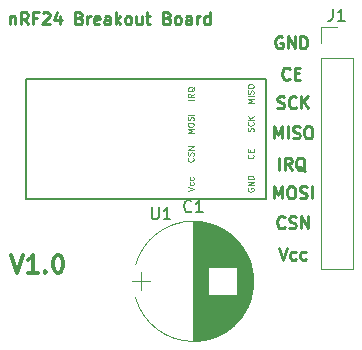
<source format=gto>
G04 #@! TF.FileFunction,Legend,Top*
%FSLAX46Y46*%
G04 Gerber Fmt 4.6, Leading zero omitted, Abs format (unit mm)*
G04 Created by KiCad (PCBNEW 4.0.7-e2-6376~58~ubuntu16.04.1) date Mon Dec 11 22:14:59 2017*
%MOMM*%
%LPD*%
G01*
G04 APERTURE LIST*
%ADD10C,0.100000*%
%ADD11C,0.254000*%
%ADD12C,0.300000*%
%ADD13C,0.120000*%
%ADD14C,0.150000*%
%ADD15C,0.125000*%
G04 APERTURE END LIST*
D10*
D11*
X128209526Y-107732286D02*
X128209526Y-108409619D01*
X128209526Y-107829048D02*
X128257907Y-107780667D01*
X128354669Y-107732286D01*
X128499811Y-107732286D01*
X128596573Y-107780667D01*
X128644954Y-107877429D01*
X128644954Y-108409619D01*
X129709335Y-108409619D02*
X129370669Y-107925810D01*
X129128764Y-108409619D02*
X129128764Y-107393619D01*
X129515811Y-107393619D01*
X129612573Y-107442000D01*
X129660954Y-107490381D01*
X129709335Y-107587143D01*
X129709335Y-107732286D01*
X129660954Y-107829048D01*
X129612573Y-107877429D01*
X129515811Y-107925810D01*
X129128764Y-107925810D01*
X130483430Y-107877429D02*
X130144764Y-107877429D01*
X130144764Y-108409619D02*
X130144764Y-107393619D01*
X130628573Y-107393619D01*
X130967240Y-107490381D02*
X131015621Y-107442000D01*
X131112383Y-107393619D01*
X131354287Y-107393619D01*
X131451049Y-107442000D01*
X131499430Y-107490381D01*
X131547811Y-107587143D01*
X131547811Y-107683905D01*
X131499430Y-107829048D01*
X130918859Y-108409619D01*
X131547811Y-108409619D01*
X132418668Y-107732286D02*
X132418668Y-108409619D01*
X132176764Y-107345238D02*
X131934859Y-108070952D01*
X132563811Y-108070952D01*
X134063620Y-107877429D02*
X134208763Y-107925810D01*
X134257144Y-107974190D01*
X134305525Y-108070952D01*
X134305525Y-108216095D01*
X134257144Y-108312857D01*
X134208763Y-108361238D01*
X134112001Y-108409619D01*
X133724954Y-108409619D01*
X133724954Y-107393619D01*
X134063620Y-107393619D01*
X134160382Y-107442000D01*
X134208763Y-107490381D01*
X134257144Y-107587143D01*
X134257144Y-107683905D01*
X134208763Y-107780667D01*
X134160382Y-107829048D01*
X134063620Y-107877429D01*
X133724954Y-107877429D01*
X134740954Y-108409619D02*
X134740954Y-107732286D01*
X134740954Y-107925810D02*
X134789335Y-107829048D01*
X134837716Y-107780667D01*
X134934478Y-107732286D01*
X135031239Y-107732286D01*
X135756953Y-108361238D02*
X135660191Y-108409619D01*
X135466668Y-108409619D01*
X135369906Y-108361238D01*
X135321525Y-108264476D01*
X135321525Y-107877429D01*
X135369906Y-107780667D01*
X135466668Y-107732286D01*
X135660191Y-107732286D01*
X135756953Y-107780667D01*
X135805334Y-107877429D01*
X135805334Y-107974190D01*
X135321525Y-108070952D01*
X136676191Y-108409619D02*
X136676191Y-107877429D01*
X136627810Y-107780667D01*
X136531048Y-107732286D01*
X136337525Y-107732286D01*
X136240763Y-107780667D01*
X136676191Y-108361238D02*
X136579429Y-108409619D01*
X136337525Y-108409619D01*
X136240763Y-108361238D01*
X136192382Y-108264476D01*
X136192382Y-108167714D01*
X136240763Y-108070952D01*
X136337525Y-108022571D01*
X136579429Y-108022571D01*
X136676191Y-107974190D01*
X137160001Y-108409619D02*
X137160001Y-107393619D01*
X137256763Y-108022571D02*
X137547048Y-108409619D01*
X137547048Y-107732286D02*
X137160001Y-108119333D01*
X138127620Y-108409619D02*
X138030858Y-108361238D01*
X137982477Y-108312857D01*
X137934096Y-108216095D01*
X137934096Y-107925810D01*
X137982477Y-107829048D01*
X138030858Y-107780667D01*
X138127620Y-107732286D01*
X138272762Y-107732286D01*
X138369524Y-107780667D01*
X138417905Y-107829048D01*
X138466286Y-107925810D01*
X138466286Y-108216095D01*
X138417905Y-108312857D01*
X138369524Y-108361238D01*
X138272762Y-108409619D01*
X138127620Y-108409619D01*
X139337143Y-107732286D02*
X139337143Y-108409619D01*
X138901715Y-107732286D02*
X138901715Y-108264476D01*
X138950096Y-108361238D01*
X139046858Y-108409619D01*
X139192000Y-108409619D01*
X139288762Y-108361238D01*
X139337143Y-108312857D01*
X139675810Y-107732286D02*
X140062858Y-107732286D01*
X139820953Y-107393619D02*
X139820953Y-108264476D01*
X139869334Y-108361238D01*
X139966096Y-108409619D01*
X140062858Y-108409619D01*
X141514285Y-107877429D02*
X141659428Y-107925810D01*
X141707809Y-107974190D01*
X141756190Y-108070952D01*
X141756190Y-108216095D01*
X141707809Y-108312857D01*
X141659428Y-108361238D01*
X141562666Y-108409619D01*
X141175619Y-108409619D01*
X141175619Y-107393619D01*
X141514285Y-107393619D01*
X141611047Y-107442000D01*
X141659428Y-107490381D01*
X141707809Y-107587143D01*
X141707809Y-107683905D01*
X141659428Y-107780667D01*
X141611047Y-107829048D01*
X141514285Y-107877429D01*
X141175619Y-107877429D01*
X142336762Y-108409619D02*
X142240000Y-108361238D01*
X142191619Y-108312857D01*
X142143238Y-108216095D01*
X142143238Y-107925810D01*
X142191619Y-107829048D01*
X142240000Y-107780667D01*
X142336762Y-107732286D01*
X142481904Y-107732286D01*
X142578666Y-107780667D01*
X142627047Y-107829048D01*
X142675428Y-107925810D01*
X142675428Y-108216095D01*
X142627047Y-108312857D01*
X142578666Y-108361238D01*
X142481904Y-108409619D01*
X142336762Y-108409619D01*
X143546285Y-108409619D02*
X143546285Y-107877429D01*
X143497904Y-107780667D01*
X143401142Y-107732286D01*
X143207619Y-107732286D01*
X143110857Y-107780667D01*
X143546285Y-108361238D02*
X143449523Y-108409619D01*
X143207619Y-108409619D01*
X143110857Y-108361238D01*
X143062476Y-108264476D01*
X143062476Y-108167714D01*
X143110857Y-108070952D01*
X143207619Y-108022571D01*
X143449523Y-108022571D01*
X143546285Y-107974190D01*
X144030095Y-108409619D02*
X144030095Y-107732286D01*
X144030095Y-107925810D02*
X144078476Y-107829048D01*
X144126857Y-107780667D01*
X144223619Y-107732286D01*
X144320380Y-107732286D01*
X145094475Y-108409619D02*
X145094475Y-107393619D01*
X145094475Y-108361238D02*
X144997713Y-108409619D01*
X144804190Y-108409619D01*
X144707428Y-108361238D01*
X144659047Y-108312857D01*
X144610666Y-108216095D01*
X144610666Y-107925810D01*
X144659047Y-107829048D01*
X144707428Y-107780667D01*
X144804190Y-107732286D01*
X144997713Y-107732286D01*
X145094475Y-107780667D01*
D12*
X128270286Y-127956571D02*
X128770286Y-129456571D01*
X129270286Y-127956571D01*
X130556000Y-129456571D02*
X129698857Y-129456571D01*
X130127429Y-129456571D02*
X130127429Y-127956571D01*
X129984572Y-128170857D01*
X129841714Y-128313714D01*
X129698857Y-128385143D01*
X131198857Y-129313714D02*
X131270285Y-129385143D01*
X131198857Y-129456571D01*
X131127428Y-129385143D01*
X131198857Y-129313714D01*
X131198857Y-129456571D01*
X132198857Y-127956571D02*
X132341714Y-127956571D01*
X132484571Y-128028000D01*
X132556000Y-128099429D01*
X132627429Y-128242286D01*
X132698857Y-128528000D01*
X132698857Y-128885143D01*
X132627429Y-129170857D01*
X132556000Y-129313714D01*
X132484571Y-129385143D01*
X132341714Y-129456571D01*
X132198857Y-129456571D01*
X132056000Y-129385143D01*
X131984571Y-129313714D01*
X131913143Y-129170857D01*
X131841714Y-128885143D01*
X131841714Y-128528000D01*
X131913143Y-128242286D01*
X131984571Y-128099429D01*
X132056000Y-128028000D01*
X132198857Y-127956571D01*
D11*
X151244905Y-109474000D02*
X151148143Y-109425619D01*
X151003000Y-109425619D01*
X150857858Y-109474000D01*
X150761096Y-109570762D01*
X150712715Y-109667524D01*
X150664334Y-109861048D01*
X150664334Y-110006190D01*
X150712715Y-110199714D01*
X150761096Y-110296476D01*
X150857858Y-110393238D01*
X151003000Y-110441619D01*
X151099762Y-110441619D01*
X151244905Y-110393238D01*
X151293286Y-110344857D01*
X151293286Y-110006190D01*
X151099762Y-110006190D01*
X151728715Y-110441619D02*
X151728715Y-109425619D01*
X152309286Y-110441619D01*
X152309286Y-109425619D01*
X152793096Y-110441619D02*
X152793096Y-109425619D01*
X153035001Y-109425619D01*
X153180143Y-109474000D01*
X153276905Y-109570762D01*
X153325286Y-109667524D01*
X153373667Y-109861048D01*
X153373667Y-110006190D01*
X153325286Y-110199714D01*
X153276905Y-110296476D01*
X153180143Y-110393238D01*
X153035001Y-110441619D01*
X152793096Y-110441619D01*
X151873857Y-113011857D02*
X151825476Y-113060238D01*
X151680333Y-113108619D01*
X151583571Y-113108619D01*
X151438429Y-113060238D01*
X151341667Y-112963476D01*
X151293286Y-112866714D01*
X151244905Y-112673190D01*
X151244905Y-112528048D01*
X151293286Y-112334524D01*
X151341667Y-112237762D01*
X151438429Y-112141000D01*
X151583571Y-112092619D01*
X151680333Y-112092619D01*
X151825476Y-112141000D01*
X151873857Y-112189381D01*
X152309286Y-112576429D02*
X152647952Y-112576429D01*
X152793095Y-113108619D02*
X152309286Y-113108619D01*
X152309286Y-112092619D01*
X152793095Y-112092619D01*
X150839715Y-115473238D02*
X150984858Y-115521619D01*
X151226762Y-115521619D01*
X151323524Y-115473238D01*
X151371905Y-115424857D01*
X151420286Y-115328095D01*
X151420286Y-115231333D01*
X151371905Y-115134571D01*
X151323524Y-115086190D01*
X151226762Y-115037810D01*
X151033239Y-114989429D01*
X150936477Y-114941048D01*
X150888096Y-114892667D01*
X150839715Y-114795905D01*
X150839715Y-114699143D01*
X150888096Y-114602381D01*
X150936477Y-114554000D01*
X151033239Y-114505619D01*
X151275143Y-114505619D01*
X151420286Y-114554000D01*
X152436286Y-115424857D02*
X152387905Y-115473238D01*
X152242762Y-115521619D01*
X152146000Y-115521619D01*
X152000858Y-115473238D01*
X151904096Y-115376476D01*
X151855715Y-115279714D01*
X151807334Y-115086190D01*
X151807334Y-114941048D01*
X151855715Y-114747524D01*
X151904096Y-114650762D01*
X152000858Y-114554000D01*
X152146000Y-114505619D01*
X152242762Y-114505619D01*
X152387905Y-114554000D01*
X152436286Y-114602381D01*
X152871715Y-115521619D02*
X152871715Y-114505619D01*
X153452286Y-115521619D02*
X153016858Y-114941048D01*
X153452286Y-114505619D02*
X152871715Y-115086190D01*
X150549429Y-118061619D02*
X150549429Y-117045619D01*
X150888095Y-117771333D01*
X151226762Y-117045619D01*
X151226762Y-118061619D01*
X151710572Y-118061619D02*
X151710572Y-117045619D01*
X152146001Y-118013238D02*
X152291144Y-118061619D01*
X152533048Y-118061619D01*
X152629810Y-118013238D01*
X152678191Y-117964857D01*
X152726572Y-117868095D01*
X152726572Y-117771333D01*
X152678191Y-117674571D01*
X152629810Y-117626190D01*
X152533048Y-117577810D01*
X152339525Y-117529429D01*
X152242763Y-117481048D01*
X152194382Y-117432667D01*
X152146001Y-117335905D01*
X152146001Y-117239143D01*
X152194382Y-117142381D01*
X152242763Y-117094000D01*
X152339525Y-117045619D01*
X152581429Y-117045619D01*
X152726572Y-117094000D01*
X153355525Y-117045619D02*
X153549048Y-117045619D01*
X153645810Y-117094000D01*
X153742572Y-117190762D01*
X153790953Y-117384286D01*
X153790953Y-117722952D01*
X153742572Y-117916476D01*
X153645810Y-118013238D01*
X153549048Y-118061619D01*
X153355525Y-118061619D01*
X153258763Y-118013238D01*
X153162001Y-117916476D01*
X153113620Y-117722952D01*
X153113620Y-117384286D01*
X153162001Y-117190762D01*
X153258763Y-117094000D01*
X153355525Y-117045619D01*
X150978810Y-120728619D02*
X150978810Y-119712619D01*
X152043191Y-120728619D02*
X151704525Y-120244810D01*
X151462620Y-120728619D02*
X151462620Y-119712619D01*
X151849667Y-119712619D01*
X151946429Y-119761000D01*
X151994810Y-119809381D01*
X152043191Y-119906143D01*
X152043191Y-120051286D01*
X151994810Y-120148048D01*
X151946429Y-120196429D01*
X151849667Y-120244810D01*
X151462620Y-120244810D01*
X153155953Y-120825381D02*
X153059191Y-120777000D01*
X152962429Y-120680238D01*
X152817286Y-120535095D01*
X152720525Y-120486714D01*
X152623763Y-120486714D01*
X152672144Y-120728619D02*
X152575382Y-120680238D01*
X152478620Y-120583476D01*
X152430239Y-120389952D01*
X152430239Y-120051286D01*
X152478620Y-119857762D01*
X152575382Y-119761000D01*
X152672144Y-119712619D01*
X152865667Y-119712619D01*
X152962429Y-119761000D01*
X153059191Y-119857762D01*
X153107572Y-120051286D01*
X153107572Y-120389952D01*
X153059191Y-120583476D01*
X152962429Y-120680238D01*
X152865667Y-120728619D01*
X152672144Y-120728619D01*
X150549429Y-123141619D02*
X150549429Y-122125619D01*
X150888095Y-122851333D01*
X151226762Y-122125619D01*
X151226762Y-123141619D01*
X151904096Y-122125619D02*
X152097619Y-122125619D01*
X152194381Y-122174000D01*
X152291143Y-122270762D01*
X152339524Y-122464286D01*
X152339524Y-122802952D01*
X152291143Y-122996476D01*
X152194381Y-123093238D01*
X152097619Y-123141619D01*
X151904096Y-123141619D01*
X151807334Y-123093238D01*
X151710572Y-122996476D01*
X151662191Y-122802952D01*
X151662191Y-122464286D01*
X151710572Y-122270762D01*
X151807334Y-122174000D01*
X151904096Y-122125619D01*
X152726572Y-123093238D02*
X152871715Y-123141619D01*
X153113619Y-123141619D01*
X153210381Y-123093238D01*
X153258762Y-123044857D01*
X153307143Y-122948095D01*
X153307143Y-122851333D01*
X153258762Y-122754571D01*
X153210381Y-122706190D01*
X153113619Y-122657810D01*
X152920096Y-122609429D01*
X152823334Y-122561048D01*
X152774953Y-122512667D01*
X152726572Y-122415905D01*
X152726572Y-122319143D01*
X152774953Y-122222381D01*
X152823334Y-122174000D01*
X152920096Y-122125619D01*
X153162000Y-122125619D01*
X153307143Y-122174000D01*
X153742572Y-123141619D02*
X153742572Y-122125619D01*
X151444476Y-125584857D02*
X151396095Y-125633238D01*
X151250952Y-125681619D01*
X151154190Y-125681619D01*
X151009048Y-125633238D01*
X150912286Y-125536476D01*
X150863905Y-125439714D01*
X150815524Y-125246190D01*
X150815524Y-125101048D01*
X150863905Y-124907524D01*
X150912286Y-124810762D01*
X151009048Y-124714000D01*
X151154190Y-124665619D01*
X151250952Y-124665619D01*
X151396095Y-124714000D01*
X151444476Y-124762381D01*
X151831524Y-125633238D02*
X151976667Y-125681619D01*
X152218571Y-125681619D01*
X152315333Y-125633238D01*
X152363714Y-125584857D01*
X152412095Y-125488095D01*
X152412095Y-125391333D01*
X152363714Y-125294571D01*
X152315333Y-125246190D01*
X152218571Y-125197810D01*
X152025048Y-125149429D01*
X151928286Y-125101048D01*
X151879905Y-125052667D01*
X151831524Y-124955905D01*
X151831524Y-124859143D01*
X151879905Y-124762381D01*
X151928286Y-124714000D01*
X152025048Y-124665619D01*
X152266952Y-124665619D01*
X152412095Y-124714000D01*
X152847524Y-125681619D02*
X152847524Y-124665619D01*
X153428095Y-125681619D01*
X153428095Y-124665619D01*
X150936477Y-127332619D02*
X151275144Y-128348619D01*
X151613810Y-127332619D01*
X152387905Y-128300238D02*
X152291143Y-128348619D01*
X152097620Y-128348619D01*
X152000858Y-128300238D01*
X151952477Y-128251857D01*
X151904096Y-128155095D01*
X151904096Y-127864810D01*
X151952477Y-127768048D01*
X152000858Y-127719667D01*
X152097620Y-127671286D01*
X152291143Y-127671286D01*
X152387905Y-127719667D01*
X153258762Y-128300238D02*
X153162000Y-128348619D01*
X152968477Y-128348619D01*
X152871715Y-128300238D01*
X152823334Y-128251857D01*
X152774953Y-128155095D01*
X152774953Y-127864810D01*
X152823334Y-127768048D01*
X152871715Y-127719667D01*
X152968477Y-127671286D01*
X153162000Y-127671286D01*
X153258762Y-127719667D01*
D13*
X154547619Y-129095000D02*
X157207619Y-129095000D01*
X154547619Y-111255000D02*
X154547619Y-129095000D01*
X157207619Y-111255000D02*
X157207619Y-129095000D01*
X154547619Y-111255000D02*
X157207619Y-111255000D01*
X154547619Y-109985000D02*
X154547619Y-108655000D01*
X154547619Y-108655000D02*
X155877619Y-108655000D01*
D14*
X129540000Y-113030000D02*
X149860000Y-113030000D01*
X149860000Y-113030000D02*
X149860000Y-123190000D01*
X149860000Y-123190000D02*
X129540000Y-123190000D01*
X129540000Y-123190000D02*
X129540000Y-113030000D01*
D13*
X148622437Y-128791736D02*
G75*
G03X138824643Y-128795000I-4898437J-1383264D01*
G01*
X148622437Y-131558264D02*
G75*
G02X138824643Y-131555000I-4898437J1383264D01*
G01*
X148622437Y-131558264D02*
G75*
G03X148623357Y-128795000I-4898437J1383264D01*
G01*
X143724000Y-125125000D02*
X143724000Y-135225000D01*
X143764000Y-125125000D02*
X143764000Y-135225000D01*
X143804000Y-125125000D02*
X143804000Y-135225000D01*
X143844000Y-125126000D02*
X143844000Y-135224000D01*
X143884000Y-125127000D02*
X143884000Y-135223000D01*
X143924000Y-125128000D02*
X143924000Y-135222000D01*
X143964000Y-125130000D02*
X143964000Y-135220000D01*
X144004000Y-125132000D02*
X144004000Y-135218000D01*
X144044000Y-125135000D02*
X144044000Y-135215000D01*
X144084000Y-125137000D02*
X144084000Y-135213000D01*
X144124000Y-125140000D02*
X144124000Y-135210000D01*
X144164000Y-125144000D02*
X144164000Y-135206000D01*
X144204000Y-125147000D02*
X144204000Y-135203000D01*
X144244000Y-125151000D02*
X144244000Y-135199000D01*
X144284000Y-125155000D02*
X144284000Y-135195000D01*
X144324000Y-125160000D02*
X144324000Y-135190000D01*
X144364000Y-125165000D02*
X144364000Y-135185000D01*
X144404000Y-125170000D02*
X144404000Y-135180000D01*
X144445000Y-125176000D02*
X144445000Y-135174000D01*
X144485000Y-125182000D02*
X144485000Y-135168000D01*
X144525000Y-125188000D02*
X144525000Y-135162000D01*
X144565000Y-125194000D02*
X144565000Y-135156000D01*
X144605000Y-125201000D02*
X144605000Y-135149000D01*
X144645000Y-125208000D02*
X144645000Y-135142000D01*
X144685000Y-125216000D02*
X144685000Y-135134000D01*
X144725000Y-125224000D02*
X144725000Y-135126000D01*
X144765000Y-125232000D02*
X144765000Y-135118000D01*
X144805000Y-125240000D02*
X144805000Y-135110000D01*
X144845000Y-125249000D02*
X144845000Y-135101000D01*
X144885000Y-125258000D02*
X144885000Y-135092000D01*
X144925000Y-125268000D02*
X144925000Y-135082000D01*
X144965000Y-125278000D02*
X144965000Y-135072000D01*
X145005000Y-125288000D02*
X145005000Y-135062000D01*
X145045000Y-125299000D02*
X145045000Y-128994000D01*
X145045000Y-131356000D02*
X145045000Y-135051000D01*
X145085000Y-125310000D02*
X145085000Y-128994000D01*
X145085000Y-131356000D02*
X145085000Y-135040000D01*
X145125000Y-125321000D02*
X145125000Y-128994000D01*
X145125000Y-131356000D02*
X145125000Y-135029000D01*
X145165000Y-125332000D02*
X145165000Y-128994000D01*
X145165000Y-131356000D02*
X145165000Y-135018000D01*
X145205000Y-125344000D02*
X145205000Y-128994000D01*
X145205000Y-131356000D02*
X145205000Y-135006000D01*
X145245000Y-125357000D02*
X145245000Y-128994000D01*
X145245000Y-131356000D02*
X145245000Y-134993000D01*
X145285000Y-125369000D02*
X145285000Y-128994000D01*
X145285000Y-131356000D02*
X145285000Y-134981000D01*
X145325000Y-125383000D02*
X145325000Y-128994000D01*
X145325000Y-131356000D02*
X145325000Y-134967000D01*
X145365000Y-125396000D02*
X145365000Y-128994000D01*
X145365000Y-131356000D02*
X145365000Y-134954000D01*
X145405000Y-125410000D02*
X145405000Y-128994000D01*
X145405000Y-131356000D02*
X145405000Y-134940000D01*
X145445000Y-125424000D02*
X145445000Y-128994000D01*
X145445000Y-131356000D02*
X145445000Y-134926000D01*
X145485000Y-125438000D02*
X145485000Y-128994000D01*
X145485000Y-131356000D02*
X145485000Y-134912000D01*
X145525000Y-125453000D02*
X145525000Y-128994000D01*
X145525000Y-131356000D02*
X145525000Y-134897000D01*
X145565000Y-125469000D02*
X145565000Y-128994000D01*
X145565000Y-131356000D02*
X145565000Y-134881000D01*
X145605000Y-125484000D02*
X145605000Y-128994000D01*
X145605000Y-131356000D02*
X145605000Y-134866000D01*
X145645000Y-125501000D02*
X145645000Y-128994000D01*
X145645000Y-131356000D02*
X145645000Y-134849000D01*
X145685000Y-125517000D02*
X145685000Y-128994000D01*
X145685000Y-131356000D02*
X145685000Y-134833000D01*
X145725000Y-125534000D02*
X145725000Y-128994000D01*
X145725000Y-131356000D02*
X145725000Y-134816000D01*
X145765000Y-125551000D02*
X145765000Y-128994000D01*
X145765000Y-131356000D02*
X145765000Y-134799000D01*
X145805000Y-125569000D02*
X145805000Y-128994000D01*
X145805000Y-131356000D02*
X145805000Y-134781000D01*
X145845000Y-125587000D02*
X145845000Y-128994000D01*
X145845000Y-131356000D02*
X145845000Y-134763000D01*
X145885000Y-125606000D02*
X145885000Y-128994000D01*
X145885000Y-131356000D02*
X145885000Y-134744000D01*
X145925000Y-125625000D02*
X145925000Y-128994000D01*
X145925000Y-131356000D02*
X145925000Y-134725000D01*
X145965000Y-125644000D02*
X145965000Y-128994000D01*
X145965000Y-131356000D02*
X145965000Y-134706000D01*
X146005000Y-125664000D02*
X146005000Y-128994000D01*
X146005000Y-131356000D02*
X146005000Y-134686000D01*
X146045000Y-125684000D02*
X146045000Y-128994000D01*
X146045000Y-131356000D02*
X146045000Y-134666000D01*
X146085000Y-125705000D02*
X146085000Y-128994000D01*
X146085000Y-131356000D02*
X146085000Y-134645000D01*
X146125000Y-125726000D02*
X146125000Y-128994000D01*
X146125000Y-131356000D02*
X146125000Y-134624000D01*
X146165000Y-125747000D02*
X146165000Y-128994000D01*
X146165000Y-131356000D02*
X146165000Y-134603000D01*
X146205000Y-125770000D02*
X146205000Y-128994000D01*
X146205000Y-131356000D02*
X146205000Y-134580000D01*
X146245000Y-125792000D02*
X146245000Y-128994000D01*
X146245000Y-131356000D02*
X146245000Y-134558000D01*
X146285000Y-125815000D02*
X146285000Y-128994000D01*
X146285000Y-131356000D02*
X146285000Y-134535000D01*
X146325000Y-125839000D02*
X146325000Y-128994000D01*
X146325000Y-131356000D02*
X146325000Y-134511000D01*
X146365000Y-125863000D02*
X146365000Y-128994000D01*
X146365000Y-131356000D02*
X146365000Y-134487000D01*
X146405000Y-125887000D02*
X146405000Y-128994000D01*
X146405000Y-131356000D02*
X146405000Y-134463000D01*
X146445000Y-125912000D02*
X146445000Y-128994000D01*
X146445000Y-131356000D02*
X146445000Y-134438000D01*
X146485000Y-125938000D02*
X146485000Y-128994000D01*
X146485000Y-131356000D02*
X146485000Y-134412000D01*
X146525000Y-125964000D02*
X146525000Y-128994000D01*
X146525000Y-131356000D02*
X146525000Y-134386000D01*
X146565000Y-125990000D02*
X146565000Y-128994000D01*
X146565000Y-131356000D02*
X146565000Y-134360000D01*
X146605000Y-126018000D02*
X146605000Y-128994000D01*
X146605000Y-131356000D02*
X146605000Y-134332000D01*
X146645000Y-126045000D02*
X146645000Y-128994000D01*
X146645000Y-131356000D02*
X146645000Y-134305000D01*
X146685000Y-126074000D02*
X146685000Y-128994000D01*
X146685000Y-131356000D02*
X146685000Y-134276000D01*
X146725000Y-126103000D02*
X146725000Y-128994000D01*
X146725000Y-131356000D02*
X146725000Y-134247000D01*
X146765000Y-126132000D02*
X146765000Y-128994000D01*
X146765000Y-131356000D02*
X146765000Y-134218000D01*
X146805000Y-126162000D02*
X146805000Y-128994000D01*
X146805000Y-131356000D02*
X146805000Y-134188000D01*
X146845000Y-126193000D02*
X146845000Y-128994000D01*
X146845000Y-131356000D02*
X146845000Y-134157000D01*
X146885000Y-126224000D02*
X146885000Y-128994000D01*
X146885000Y-131356000D02*
X146885000Y-134126000D01*
X146925000Y-126256000D02*
X146925000Y-128994000D01*
X146925000Y-131356000D02*
X146925000Y-134094000D01*
X146965000Y-126289000D02*
X146965000Y-128994000D01*
X146965000Y-131356000D02*
X146965000Y-134061000D01*
X147005000Y-126322000D02*
X147005000Y-128994000D01*
X147005000Y-131356000D02*
X147005000Y-134028000D01*
X147045000Y-126356000D02*
X147045000Y-128994000D01*
X147045000Y-131356000D02*
X147045000Y-133994000D01*
X147085000Y-126391000D02*
X147085000Y-128994000D01*
X147085000Y-131356000D02*
X147085000Y-133959000D01*
X147125000Y-126427000D02*
X147125000Y-128994000D01*
X147125000Y-131356000D02*
X147125000Y-133923000D01*
X147165000Y-126463000D02*
X147165000Y-128994000D01*
X147165000Y-131356000D02*
X147165000Y-133887000D01*
X147205000Y-126500000D02*
X147205000Y-128994000D01*
X147205000Y-131356000D02*
X147205000Y-133850000D01*
X147245000Y-126538000D02*
X147245000Y-128994000D01*
X147245000Y-131356000D02*
X147245000Y-133812000D01*
X147285000Y-126577000D02*
X147285000Y-128994000D01*
X147285000Y-131356000D02*
X147285000Y-133773000D01*
X147325000Y-126616000D02*
X147325000Y-128994000D01*
X147325000Y-131356000D02*
X147325000Y-133734000D01*
X147365000Y-126657000D02*
X147365000Y-128994000D01*
X147365000Y-131356000D02*
X147365000Y-133693000D01*
X147405000Y-126698000D02*
X147405000Y-133652000D01*
X147445000Y-126740000D02*
X147445000Y-133610000D01*
X147485000Y-126784000D02*
X147485000Y-133566000D01*
X147525000Y-126828000D02*
X147525000Y-133522000D01*
X147565000Y-126873000D02*
X147565000Y-133477000D01*
X147605000Y-126920000D02*
X147605000Y-133430000D01*
X147645000Y-126968000D02*
X147645000Y-133382000D01*
X147685000Y-127017000D02*
X147685000Y-133333000D01*
X147725000Y-127067000D02*
X147725000Y-133283000D01*
X147765000Y-127118000D02*
X147765000Y-133232000D01*
X147805000Y-127171000D02*
X147805000Y-133179000D01*
X147845000Y-127226000D02*
X147845000Y-133124000D01*
X147885000Y-127281000D02*
X147885000Y-133069000D01*
X147925000Y-127339000D02*
X147925000Y-133011000D01*
X147965000Y-127398000D02*
X147965000Y-132952000D01*
X148005000Y-127460000D02*
X148005000Y-132890000D01*
X148045000Y-127523000D02*
X148045000Y-132827000D01*
X148085000Y-127588000D02*
X148085000Y-132762000D01*
X148125000Y-127656000D02*
X148125000Y-132694000D01*
X148165000Y-127726000D02*
X148165000Y-132624000D01*
X148205000Y-127798000D02*
X148205000Y-132552000D01*
X148245000Y-127874000D02*
X148245000Y-132476000D01*
X148285000Y-127953000D02*
X148285000Y-132397000D01*
X148325000Y-128035000D02*
X148325000Y-132315000D01*
X148365000Y-128122000D02*
X148365000Y-132228000D01*
X148405000Y-128213000D02*
X148405000Y-132137000D01*
X148445000Y-128309000D02*
X148445000Y-132041000D01*
X148485000Y-128412000D02*
X148485000Y-131938000D01*
X148525000Y-128521000D02*
X148525000Y-131829000D01*
X148565000Y-128639000D02*
X148565000Y-131711000D01*
X148605000Y-128768000D02*
X148605000Y-131582000D01*
X148645000Y-128910000D02*
X148645000Y-131440000D01*
X148685000Y-129071000D02*
X148685000Y-131279000D01*
X148725000Y-129262000D02*
X148725000Y-131088000D01*
X148765000Y-129503000D02*
X148765000Y-130847000D01*
X148805000Y-129896000D02*
X148805000Y-130454000D01*
X138524000Y-130175000D02*
X140024000Y-130175000D01*
X139274000Y-129425000D02*
X139274000Y-130925000D01*
D14*
X155544286Y-107107381D02*
X155544286Y-107821667D01*
X155496666Y-107964524D01*
X155401428Y-108059762D01*
X155258571Y-108107381D01*
X155163333Y-108107381D01*
X156544286Y-108107381D02*
X155972857Y-108107381D01*
X156258571Y-108107381D02*
X156258571Y-107107381D01*
X156163333Y-107250238D01*
X156068095Y-107345476D01*
X155972857Y-107393095D01*
X140208095Y-123912381D02*
X140208095Y-124721905D01*
X140255714Y-124817143D01*
X140303333Y-124864762D01*
X140398571Y-124912381D01*
X140589048Y-124912381D01*
X140684286Y-124864762D01*
X140731905Y-124817143D01*
X140779524Y-124721905D01*
X140779524Y-123912381D01*
X141779524Y-124912381D02*
X141208095Y-124912381D01*
X141493809Y-124912381D02*
X141493809Y-123912381D01*
X141398571Y-124055238D01*
X141303333Y-124150476D01*
X141208095Y-124198095D01*
D15*
X148340000Y-122300953D02*
X148316190Y-122348572D01*
X148316190Y-122420000D01*
X148340000Y-122491429D01*
X148387619Y-122539048D01*
X148435238Y-122562857D01*
X148530476Y-122586667D01*
X148601905Y-122586667D01*
X148697143Y-122562857D01*
X148744762Y-122539048D01*
X148792381Y-122491429D01*
X148816190Y-122420000D01*
X148816190Y-122372381D01*
X148792381Y-122300953D01*
X148768571Y-122277143D01*
X148601905Y-122277143D01*
X148601905Y-122372381D01*
X148816190Y-122062857D02*
X148316190Y-122062857D01*
X148816190Y-121777143D01*
X148316190Y-121777143D01*
X148816190Y-121539047D02*
X148316190Y-121539047D01*
X148316190Y-121420000D01*
X148340000Y-121348571D01*
X148387619Y-121300952D01*
X148435238Y-121277143D01*
X148530476Y-121253333D01*
X148601905Y-121253333D01*
X148697143Y-121277143D01*
X148744762Y-121300952D01*
X148792381Y-121348571D01*
X148816190Y-121420000D01*
X148816190Y-121539047D01*
X148768571Y-119451428D02*
X148792381Y-119475238D01*
X148816190Y-119546666D01*
X148816190Y-119594285D01*
X148792381Y-119665714D01*
X148744762Y-119713333D01*
X148697143Y-119737142D01*
X148601905Y-119760952D01*
X148530476Y-119760952D01*
X148435238Y-119737142D01*
X148387619Y-119713333D01*
X148340000Y-119665714D01*
X148316190Y-119594285D01*
X148316190Y-119546666D01*
X148340000Y-119475238D01*
X148363810Y-119451428D01*
X148554286Y-119237142D02*
X148554286Y-119070476D01*
X148816190Y-118999047D02*
X148816190Y-119237142D01*
X148316190Y-119237142D01*
X148316190Y-118999047D01*
X148792381Y-117482857D02*
X148816190Y-117411428D01*
X148816190Y-117292381D01*
X148792381Y-117244762D01*
X148768571Y-117220952D01*
X148720952Y-117197143D01*
X148673333Y-117197143D01*
X148625714Y-117220952D01*
X148601905Y-117244762D01*
X148578095Y-117292381D01*
X148554286Y-117387619D01*
X148530476Y-117435238D01*
X148506667Y-117459047D01*
X148459048Y-117482857D01*
X148411429Y-117482857D01*
X148363810Y-117459047D01*
X148340000Y-117435238D01*
X148316190Y-117387619D01*
X148316190Y-117268571D01*
X148340000Y-117197143D01*
X148768571Y-116697143D02*
X148792381Y-116720953D01*
X148816190Y-116792381D01*
X148816190Y-116840000D01*
X148792381Y-116911429D01*
X148744762Y-116959048D01*
X148697143Y-116982857D01*
X148601905Y-117006667D01*
X148530476Y-117006667D01*
X148435238Y-116982857D01*
X148387619Y-116959048D01*
X148340000Y-116911429D01*
X148316190Y-116840000D01*
X148316190Y-116792381D01*
X148340000Y-116720953D01*
X148363810Y-116697143D01*
X148816190Y-116482857D02*
X148316190Y-116482857D01*
X148816190Y-116197143D02*
X148530476Y-116411429D01*
X148316190Y-116197143D02*
X148601905Y-116482857D01*
X148816190Y-115085714D02*
X148316190Y-115085714D01*
X148673333Y-114919048D01*
X148316190Y-114752381D01*
X148816190Y-114752381D01*
X148816190Y-114514285D02*
X148316190Y-114514285D01*
X148792381Y-114300000D02*
X148816190Y-114228571D01*
X148816190Y-114109524D01*
X148792381Y-114061905D01*
X148768571Y-114038095D01*
X148720952Y-114014286D01*
X148673333Y-114014286D01*
X148625714Y-114038095D01*
X148601905Y-114061905D01*
X148578095Y-114109524D01*
X148554286Y-114204762D01*
X148530476Y-114252381D01*
X148506667Y-114276190D01*
X148459048Y-114300000D01*
X148411429Y-114300000D01*
X148363810Y-114276190D01*
X148340000Y-114252381D01*
X148316190Y-114204762D01*
X148316190Y-114085714D01*
X148340000Y-114014286D01*
X148316190Y-113704762D02*
X148316190Y-113609524D01*
X148340000Y-113561905D01*
X148387619Y-113514286D01*
X148482857Y-113490477D01*
X148649524Y-113490477D01*
X148744762Y-113514286D01*
X148792381Y-113561905D01*
X148816190Y-113609524D01*
X148816190Y-113704762D01*
X148792381Y-113752381D01*
X148744762Y-113800000D01*
X148649524Y-113823810D01*
X148482857Y-113823810D01*
X148387619Y-113800000D01*
X148340000Y-113752381D01*
X148316190Y-113704762D01*
X143236190Y-122515237D02*
X143736190Y-122348570D01*
X143236190Y-122181904D01*
X143712381Y-121800952D02*
X143736190Y-121848571D01*
X143736190Y-121943809D01*
X143712381Y-121991428D01*
X143688571Y-122015237D01*
X143640952Y-122039047D01*
X143498095Y-122039047D01*
X143450476Y-122015237D01*
X143426667Y-121991428D01*
X143402857Y-121943809D01*
X143402857Y-121848571D01*
X143426667Y-121800952D01*
X143712381Y-121372381D02*
X143736190Y-121420000D01*
X143736190Y-121515238D01*
X143712381Y-121562857D01*
X143688571Y-121586666D01*
X143640952Y-121610476D01*
X143498095Y-121610476D01*
X143450476Y-121586666D01*
X143426667Y-121562857D01*
X143402857Y-121515238D01*
X143402857Y-121420000D01*
X143426667Y-121372381D01*
X143688571Y-119725238D02*
X143712381Y-119749048D01*
X143736190Y-119820476D01*
X143736190Y-119868095D01*
X143712381Y-119939524D01*
X143664762Y-119987143D01*
X143617143Y-120010952D01*
X143521905Y-120034762D01*
X143450476Y-120034762D01*
X143355238Y-120010952D01*
X143307619Y-119987143D01*
X143260000Y-119939524D01*
X143236190Y-119868095D01*
X143236190Y-119820476D01*
X143260000Y-119749048D01*
X143283810Y-119725238D01*
X143712381Y-119534762D02*
X143736190Y-119463333D01*
X143736190Y-119344286D01*
X143712381Y-119296667D01*
X143688571Y-119272857D01*
X143640952Y-119249048D01*
X143593333Y-119249048D01*
X143545714Y-119272857D01*
X143521905Y-119296667D01*
X143498095Y-119344286D01*
X143474286Y-119439524D01*
X143450476Y-119487143D01*
X143426667Y-119510952D01*
X143379048Y-119534762D01*
X143331429Y-119534762D01*
X143283810Y-119510952D01*
X143260000Y-119487143D01*
X143236190Y-119439524D01*
X143236190Y-119320476D01*
X143260000Y-119249048D01*
X143736190Y-119034762D02*
X143236190Y-119034762D01*
X143736190Y-118749048D01*
X143236190Y-118749048D01*
X143736190Y-117625714D02*
X143236190Y-117625714D01*
X143593333Y-117459048D01*
X143236190Y-117292381D01*
X143736190Y-117292381D01*
X143236190Y-116959047D02*
X143236190Y-116863809D01*
X143260000Y-116816190D01*
X143307619Y-116768571D01*
X143402857Y-116744762D01*
X143569524Y-116744762D01*
X143664762Y-116768571D01*
X143712381Y-116816190D01*
X143736190Y-116863809D01*
X143736190Y-116959047D01*
X143712381Y-117006666D01*
X143664762Y-117054285D01*
X143569524Y-117078095D01*
X143402857Y-117078095D01*
X143307619Y-117054285D01*
X143260000Y-117006666D01*
X143236190Y-116959047D01*
X143712381Y-116554285D02*
X143736190Y-116482856D01*
X143736190Y-116363809D01*
X143712381Y-116316190D01*
X143688571Y-116292380D01*
X143640952Y-116268571D01*
X143593333Y-116268571D01*
X143545714Y-116292380D01*
X143521905Y-116316190D01*
X143498095Y-116363809D01*
X143474286Y-116459047D01*
X143450476Y-116506666D01*
X143426667Y-116530475D01*
X143379048Y-116554285D01*
X143331429Y-116554285D01*
X143283810Y-116530475D01*
X143260000Y-116506666D01*
X143236190Y-116459047D01*
X143236190Y-116339999D01*
X143260000Y-116268571D01*
X143736190Y-116054285D02*
X143236190Y-116054285D01*
X143736190Y-114811904D02*
X143236190Y-114811904D01*
X143736190Y-114288095D02*
X143498095Y-114454762D01*
X143736190Y-114573809D02*
X143236190Y-114573809D01*
X143236190Y-114383333D01*
X143260000Y-114335714D01*
X143283810Y-114311905D01*
X143331429Y-114288095D01*
X143402857Y-114288095D01*
X143450476Y-114311905D01*
X143474286Y-114335714D01*
X143498095Y-114383333D01*
X143498095Y-114573809D01*
X143783810Y-113740476D02*
X143760000Y-113788095D01*
X143712381Y-113835714D01*
X143640952Y-113907143D01*
X143617143Y-113954762D01*
X143617143Y-114002381D01*
X143736190Y-113978571D02*
X143712381Y-114026190D01*
X143664762Y-114073809D01*
X143569524Y-114097619D01*
X143402857Y-114097619D01*
X143307619Y-114073809D01*
X143260000Y-114026190D01*
X143236190Y-113978571D01*
X143236190Y-113883333D01*
X143260000Y-113835714D01*
X143307619Y-113788095D01*
X143402857Y-113764286D01*
X143569524Y-113764286D01*
X143664762Y-113788095D01*
X143712381Y-113835714D01*
X143736190Y-113883333D01*
X143736190Y-113978571D01*
D14*
X143557334Y-124222143D02*
X143509715Y-124269762D01*
X143366858Y-124317381D01*
X143271620Y-124317381D01*
X143128762Y-124269762D01*
X143033524Y-124174524D01*
X142985905Y-124079286D01*
X142938286Y-123888810D01*
X142938286Y-123745952D01*
X142985905Y-123555476D01*
X143033524Y-123460238D01*
X143128762Y-123365000D01*
X143271620Y-123317381D01*
X143366858Y-123317381D01*
X143509715Y-123365000D01*
X143557334Y-123412619D01*
X144509715Y-124317381D02*
X143938286Y-124317381D01*
X144224000Y-124317381D02*
X144224000Y-123317381D01*
X144128762Y-123460238D01*
X144033524Y-123555476D01*
X143938286Y-123603095D01*
M02*

</source>
